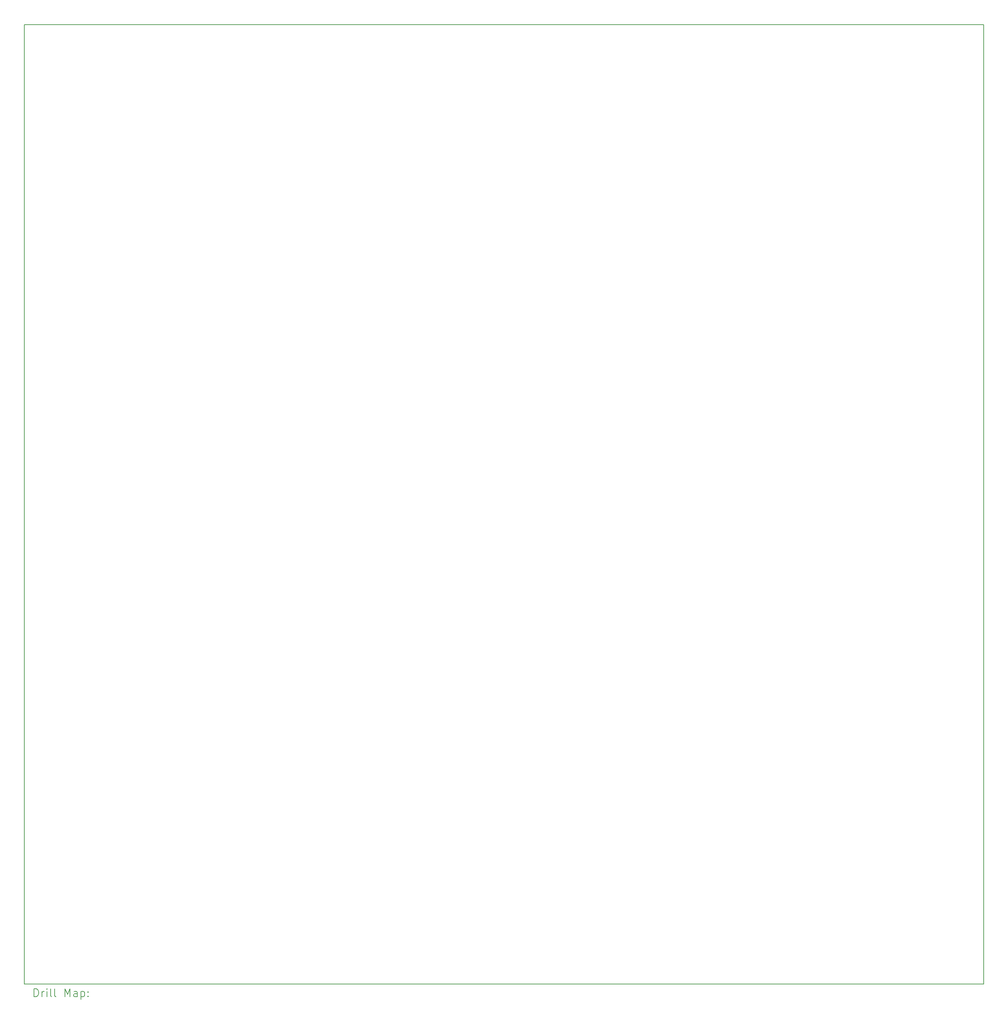
<source format=gbr>
%TF.GenerationSoftware,KiCad,Pcbnew,(6.0.11)*%
%TF.CreationDate,2024-06-16T13:35:46-04:00*%
%TF.ProjectId,NS32016-BC,4e533332-3031-4362-9d42-432e6b696361,rev?*%
%TF.SameCoordinates,Original*%
%TF.FileFunction,Drillmap*%
%TF.FilePolarity,Positive*%
%FSLAX45Y45*%
G04 Gerber Fmt 4.5, Leading zero omitted, Abs format (unit mm)*
G04 Created by KiCad (PCBNEW (6.0.11)) date 2024-06-16 13:35:46*
%MOMM*%
%LPD*%
G01*
G04 APERTURE LIST*
%ADD10C,0.150000*%
%ADD11C,0.200000*%
G04 APERTURE END LIST*
D10*
X12192000Y-13081000D02*
X12192000Y-37465000D01*
X12192000Y-13081000D02*
X36576000Y-13081000D01*
X36576000Y-37465000D02*
X12192000Y-37465000D01*
X36576000Y-37465000D02*
X36576000Y-13081000D01*
D11*
X12442119Y-37782976D02*
X12442119Y-37582976D01*
X12489738Y-37582976D01*
X12518309Y-37592500D01*
X12537357Y-37611548D01*
X12546881Y-37630595D01*
X12556405Y-37668690D01*
X12556405Y-37697262D01*
X12546881Y-37735357D01*
X12537357Y-37754405D01*
X12518309Y-37773452D01*
X12489738Y-37782976D01*
X12442119Y-37782976D01*
X12642119Y-37782976D02*
X12642119Y-37649643D01*
X12642119Y-37687738D02*
X12651643Y-37668690D01*
X12661167Y-37659167D01*
X12680214Y-37649643D01*
X12699262Y-37649643D01*
X12765928Y-37782976D02*
X12765928Y-37649643D01*
X12765928Y-37582976D02*
X12756405Y-37592500D01*
X12765928Y-37602024D01*
X12775452Y-37592500D01*
X12765928Y-37582976D01*
X12765928Y-37602024D01*
X12889738Y-37782976D02*
X12870690Y-37773452D01*
X12861167Y-37754405D01*
X12861167Y-37582976D01*
X12994500Y-37782976D02*
X12975452Y-37773452D01*
X12965928Y-37754405D01*
X12965928Y-37582976D01*
X13223071Y-37782976D02*
X13223071Y-37582976D01*
X13289738Y-37725833D01*
X13356405Y-37582976D01*
X13356405Y-37782976D01*
X13537357Y-37782976D02*
X13537357Y-37678214D01*
X13527833Y-37659167D01*
X13508786Y-37649643D01*
X13470690Y-37649643D01*
X13451643Y-37659167D01*
X13537357Y-37773452D02*
X13518309Y-37782976D01*
X13470690Y-37782976D01*
X13451643Y-37773452D01*
X13442119Y-37754405D01*
X13442119Y-37735357D01*
X13451643Y-37716310D01*
X13470690Y-37706786D01*
X13518309Y-37706786D01*
X13537357Y-37697262D01*
X13632595Y-37649643D02*
X13632595Y-37849643D01*
X13632595Y-37659167D02*
X13651643Y-37649643D01*
X13689738Y-37649643D01*
X13708786Y-37659167D01*
X13718309Y-37668690D01*
X13727833Y-37687738D01*
X13727833Y-37744881D01*
X13718309Y-37763929D01*
X13708786Y-37773452D01*
X13689738Y-37782976D01*
X13651643Y-37782976D01*
X13632595Y-37773452D01*
X13813548Y-37763929D02*
X13823071Y-37773452D01*
X13813548Y-37782976D01*
X13804024Y-37773452D01*
X13813548Y-37763929D01*
X13813548Y-37782976D01*
X13813548Y-37659167D02*
X13823071Y-37668690D01*
X13813548Y-37678214D01*
X13804024Y-37668690D01*
X13813548Y-37659167D01*
X13813548Y-37678214D01*
M02*

</source>
